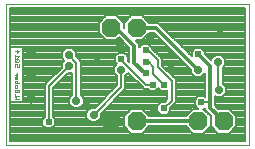
<source format=gbl>
G75*
%MOIN*%
%OFA0B0*%
%FSLAX24Y24*%
%IPPOS*%
%LPD*%
%AMOC8*
5,1,8,0,0,1.08239X$1,22.5*
%
%ADD10C,0.0000*%
%ADD11C,0.0020*%
%ADD12OC8,0.0630*%
%ADD13C,0.0315*%
%ADD14C,0.0276*%
%ADD15C,0.0079*%
%ADD16C,0.0238*%
%ADD17C,0.0138*%
D10*
X001050Y002363D02*
X001050Y007088D01*
X009160Y007088D01*
X009160Y002363D01*
X001050Y002363D01*
D11*
X001337Y003912D02*
X001384Y003959D01*
X001337Y004006D01*
X001477Y004006D01*
X001477Y003912D02*
X001337Y003912D01*
X001337Y004060D02*
X001337Y004083D01*
X001360Y004083D01*
X001360Y004060D01*
X001337Y004060D01*
X001337Y004133D02*
X001337Y004203D01*
X001360Y004227D01*
X001384Y004227D01*
X001407Y004203D01*
X001407Y004133D01*
X001337Y004133D02*
X001477Y004133D01*
X001477Y004203D01*
X001454Y004227D01*
X001430Y004227D01*
X001407Y004203D01*
X001407Y004281D02*
X001360Y004281D01*
X001337Y004304D01*
X001337Y004351D01*
X001360Y004374D01*
X001407Y004374D01*
X001430Y004351D01*
X001430Y004304D01*
X001407Y004281D01*
X001430Y004428D02*
X001430Y004498D01*
X001407Y004521D01*
X001360Y004521D01*
X001337Y004498D01*
X001337Y004428D01*
X001477Y004428D01*
X001407Y004575D02*
X001360Y004575D01*
X001337Y004599D01*
X001337Y004645D01*
X001384Y004669D02*
X001384Y004575D01*
X001407Y004575D02*
X001430Y004599D01*
X001430Y004645D01*
X001407Y004669D01*
X001384Y004669D01*
X001384Y004722D02*
X001430Y004769D01*
X001430Y004793D01*
X001430Y004722D02*
X001337Y004722D01*
X001360Y004993D02*
X001337Y005016D01*
X001337Y005063D01*
X001360Y005086D01*
X001407Y005086D01*
X001430Y005063D01*
X001430Y005039D01*
X001407Y004993D01*
X001477Y004993D01*
X001477Y005086D01*
X001454Y005140D02*
X001477Y005163D01*
X001477Y005210D01*
X001454Y005233D01*
X001360Y005140D01*
X001337Y005163D01*
X001337Y005210D01*
X001360Y005233D01*
X001454Y005233D01*
X001430Y005287D02*
X001477Y005334D01*
X001337Y005334D01*
X001337Y005287D02*
X001337Y005381D01*
X001407Y005435D02*
X001407Y005528D01*
X001337Y005505D02*
X001477Y005505D01*
X001407Y005435D01*
X001360Y005140D02*
X001454Y005140D01*
D12*
X004550Y006288D03*
X005400Y006288D03*
X005400Y003170D03*
X004550Y003170D03*
X007450Y003170D03*
X008300Y003170D03*
D13*
X008164Y006279D03*
X001865Y005492D03*
X001865Y004705D03*
X001865Y003917D03*
D14*
X003396Y003840D03*
X003754Y003838D03*
X003965Y003382D03*
X004065Y004831D03*
X004065Y005303D03*
X004857Y005728D03*
X005861Y005925D03*
X006554Y005362D03*
X006554Y004909D03*
X007450Y004888D03*
X008126Y005138D03*
X008141Y004214D03*
X005936Y003602D03*
X004888Y004868D03*
X003141Y005001D03*
X003141Y005375D03*
D15*
X003396Y005119D01*
X003396Y003840D01*
X003254Y004033D02*
X002610Y004033D01*
X002610Y004110D02*
X003258Y004110D01*
X003258Y004036D02*
X003159Y003938D01*
X003159Y003741D01*
X003298Y003602D01*
X003495Y003602D01*
X003634Y003741D01*
X003634Y003938D01*
X003535Y004036D01*
X003535Y005177D01*
X003378Y005334D01*
X003378Y005473D01*
X003239Y005612D01*
X003042Y005612D01*
X002903Y005473D01*
X002903Y005277D01*
X002992Y005188D01*
X002903Y005099D01*
X002903Y004960D01*
X002414Y004470D01*
X002333Y004389D01*
X002333Y003321D01*
X002253Y003241D01*
X002253Y003060D01*
X002381Y002932D01*
X002562Y002932D01*
X002690Y003060D01*
X002690Y003241D01*
X002610Y003321D01*
X002610Y004274D01*
X003100Y004764D01*
X003239Y004764D01*
X003258Y004783D01*
X003258Y004036D01*
X003177Y003955D02*
X002610Y003955D01*
X002610Y003878D02*
X003159Y003878D01*
X003159Y003801D02*
X002610Y003801D01*
X002610Y003724D02*
X003177Y003724D01*
X003254Y003646D02*
X002610Y003646D01*
X002610Y003569D02*
X003817Y003569D01*
X003867Y003619D02*
X003728Y003480D01*
X003728Y003284D01*
X003867Y003145D01*
X004063Y003145D01*
X004202Y003284D01*
X004202Y003423D01*
X004945Y004166D01*
X005026Y004247D01*
X005026Y004672D01*
X005125Y004770D01*
X005125Y004789D01*
X005581Y004333D01*
X005662Y004252D01*
X005766Y004252D01*
X005845Y004172D01*
X006026Y004172D01*
X006123Y004269D01*
X006219Y004172D01*
X006400Y004172D01*
X006427Y004199D01*
X006427Y003917D01*
X006332Y003822D01*
X006219Y003822D01*
X006091Y003694D01*
X006091Y003513D01*
X006219Y003385D01*
X006400Y003385D01*
X006528Y003513D01*
X006528Y003626D01*
X006623Y003721D01*
X006704Y003802D01*
X006704Y004566D01*
X006252Y005019D01*
X006252Y005255D01*
X006170Y005337D01*
X005918Y005589D01*
X005918Y005623D01*
X005790Y005751D01*
X005609Y005751D01*
X005494Y005636D01*
X005494Y005760D01*
X005395Y005858D01*
X005379Y005874D01*
X005572Y005874D01*
X005810Y006112D01*
X005988Y006112D01*
X007213Y004888D01*
X007213Y004790D01*
X007352Y004651D01*
X007548Y004651D01*
X007677Y004780D01*
X007677Y003982D01*
X007640Y004019D01*
X007460Y004019D01*
X007332Y003891D01*
X007332Y003710D01*
X007457Y003585D01*
X007278Y003585D01*
X007036Y003342D01*
X007036Y003339D01*
X005814Y003339D01*
X005814Y003342D01*
X005572Y003585D01*
X005228Y003585D01*
X004986Y003342D01*
X004986Y002999D01*
X005228Y002756D01*
X005572Y002756D01*
X005814Y002999D01*
X005814Y003002D01*
X007036Y003002D01*
X007036Y002999D01*
X007278Y002756D01*
X007622Y002756D01*
X007864Y002999D01*
X007864Y003342D01*
X007625Y003582D01*
X007640Y003582D01*
X007677Y003618D01*
X007677Y003555D01*
X007776Y003457D01*
X007888Y003344D01*
X007886Y003342D01*
X007886Y002999D01*
X008128Y002756D01*
X008472Y002756D01*
X008714Y002999D01*
X008714Y003342D01*
X008472Y003585D01*
X008128Y003585D01*
X008126Y003582D01*
X008014Y003695D01*
X008014Y004005D01*
X008042Y003976D01*
X008239Y003976D01*
X008378Y004115D01*
X008378Y004312D01*
X008264Y004425D01*
X008264Y004942D01*
X008363Y005040D01*
X008363Y005237D01*
X008224Y005376D01*
X008027Y005376D01*
X007888Y005237D01*
X007888Y005196D01*
X007670Y005414D01*
X007670Y005485D01*
X007542Y005613D01*
X007361Y005613D01*
X007233Y005485D01*
X007233Y005343D01*
X006226Y006350D01*
X006128Y006449D01*
X005814Y006449D01*
X005814Y006460D01*
X005572Y006703D01*
X005228Y006703D01*
X004986Y006460D01*
X004986Y006268D01*
X004964Y006289D01*
X004964Y006460D01*
X004722Y006703D01*
X004378Y006703D01*
X004136Y006460D01*
X004136Y006117D01*
X004378Y005874D01*
X004722Y005874D01*
X004813Y005965D01*
X005157Y005620D01*
X005157Y005149D01*
X005111Y005195D01*
X005111Y005328D01*
X004983Y005456D01*
X004802Y005456D01*
X004674Y005328D01*
X004674Y005147D01*
X004752Y005069D01*
X004650Y004967D01*
X004650Y004770D01*
X004749Y004672D01*
X004749Y004362D01*
X004006Y003619D01*
X003867Y003619D01*
X004033Y003646D02*
X003539Y003646D01*
X003616Y003724D02*
X004110Y003724D01*
X004187Y003801D02*
X003634Y003801D01*
X003634Y003878D02*
X004265Y003878D01*
X004342Y003955D02*
X003616Y003955D01*
X003539Y004033D02*
X004419Y004033D01*
X004496Y004110D02*
X003535Y004110D01*
X003535Y004187D02*
X004574Y004187D01*
X004651Y004264D02*
X003535Y004264D01*
X003535Y004341D02*
X004728Y004341D01*
X004749Y004419D02*
X003535Y004419D01*
X003535Y004496D02*
X004749Y004496D01*
X004749Y004573D02*
X003535Y004573D01*
X003535Y004650D02*
X004749Y004650D01*
X004693Y004728D02*
X003535Y004728D01*
X003535Y004805D02*
X004650Y004805D01*
X004650Y004882D02*
X003535Y004882D01*
X003535Y004959D02*
X004650Y004959D01*
X004720Y005037D02*
X003535Y005037D01*
X003535Y005114D02*
X004707Y005114D01*
X004674Y005191D02*
X003521Y005191D01*
X003443Y005268D02*
X004674Y005268D01*
X004692Y005346D02*
X003378Y005346D01*
X003378Y005423D02*
X004769Y005423D01*
X004893Y005237D02*
X004893Y005218D01*
X005719Y004391D01*
X005936Y004391D01*
X006118Y004264D02*
X006127Y004264D01*
X006205Y004187D02*
X006041Y004187D01*
X005831Y004187D02*
X004966Y004187D01*
X004945Y004166D02*
X004945Y004166D01*
X004889Y004110D02*
X006427Y004110D01*
X006415Y004187D02*
X006427Y004187D01*
X006427Y004033D02*
X004812Y004033D01*
X004734Y003955D02*
X006427Y003955D01*
X006388Y003878D02*
X004657Y003878D01*
X004580Y003801D02*
X006198Y003801D01*
X006121Y003724D02*
X004503Y003724D01*
X004425Y003646D02*
X006091Y003646D01*
X006091Y003569D02*
X005587Y003569D01*
X005664Y003492D02*
X006112Y003492D01*
X006190Y003415D02*
X005742Y003415D01*
X005213Y003569D02*
X004348Y003569D01*
X004271Y003492D02*
X005136Y003492D01*
X005058Y003415D02*
X004202Y003415D01*
X004202Y003337D02*
X004986Y003337D01*
X004986Y003260D02*
X004178Y003260D01*
X004101Y003183D02*
X004986Y003183D01*
X004986Y003106D02*
X002690Y003106D01*
X002690Y003183D02*
X003829Y003183D01*
X003752Y003260D02*
X002671Y003260D01*
X002610Y003337D02*
X003728Y003337D01*
X003728Y003415D02*
X002610Y003415D01*
X002610Y003492D02*
X003739Y003492D01*
X003965Y003382D02*
X004888Y004305D01*
X004888Y004868D01*
X005082Y004728D02*
X005186Y004728D01*
X005263Y004650D02*
X005026Y004650D01*
X005026Y004573D02*
X005341Y004573D01*
X005418Y004496D02*
X005026Y004496D01*
X005026Y004419D02*
X005495Y004419D01*
X005572Y004341D02*
X005026Y004341D01*
X005026Y004264D02*
X005650Y004264D01*
X005956Y004745D02*
X005956Y004981D01*
X005798Y005139D01*
X005700Y005139D01*
X005778Y005533D02*
X006113Y005198D01*
X006113Y004962D01*
X006566Y004509D01*
X006566Y003859D01*
X006310Y003603D01*
X006528Y003569D02*
X007263Y003569D01*
X007186Y003492D02*
X006507Y003492D01*
X006430Y003415D02*
X007108Y003415D01*
X007395Y003646D02*
X006549Y003646D01*
X006626Y003724D02*
X007332Y003724D01*
X007332Y003801D02*
X006703Y003801D01*
X006704Y003878D02*
X007332Y003878D01*
X007396Y003955D02*
X006704Y003955D01*
X006704Y004033D02*
X007677Y004033D01*
X007677Y004110D02*
X006704Y004110D01*
X006704Y004187D02*
X007677Y004187D01*
X007677Y004264D02*
X006704Y004264D01*
X006704Y004341D02*
X007677Y004341D01*
X007677Y004419D02*
X006704Y004419D01*
X006704Y004496D02*
X007677Y004496D01*
X007677Y004573D02*
X006698Y004573D01*
X006620Y004650D02*
X007677Y004650D01*
X007677Y004728D02*
X007625Y004728D01*
X007275Y004728D02*
X006543Y004728D01*
X006466Y004805D02*
X007213Y004805D01*
X007213Y004882D02*
X006389Y004882D01*
X006311Y004959D02*
X007141Y004959D01*
X007064Y005037D02*
X006252Y005037D01*
X006252Y005114D02*
X006987Y005114D01*
X006909Y005191D02*
X006252Y005191D01*
X006239Y005268D02*
X006832Y005268D01*
X006755Y005346D02*
X006161Y005346D01*
X006084Y005423D02*
X006678Y005423D01*
X006600Y005500D02*
X006007Y005500D01*
X005930Y005577D02*
X006523Y005577D01*
X006446Y005655D02*
X005886Y005655D01*
X005809Y005732D02*
X006369Y005732D01*
X006291Y005809D02*
X005445Y005809D01*
X005494Y005732D02*
X005590Y005732D01*
X005513Y005655D02*
X005494Y005655D01*
X005700Y005533D02*
X005778Y005533D01*
X005584Y005886D02*
X006214Y005886D01*
X006137Y005964D02*
X005661Y005964D01*
X005738Y006041D02*
X006060Y006041D01*
X006304Y006273D02*
X009021Y006273D01*
X009021Y006350D02*
X006227Y006350D01*
X006149Y006427D02*
X009021Y006427D01*
X009021Y006504D02*
X005770Y006504D01*
X005693Y006581D02*
X009021Y006581D01*
X009021Y006659D02*
X005616Y006659D01*
X005184Y006659D02*
X004766Y006659D01*
X004843Y006581D02*
X005107Y006581D01*
X005030Y006504D02*
X004920Y006504D01*
X004964Y006427D02*
X004986Y006427D01*
X004986Y006350D02*
X004964Y006350D01*
X004981Y006273D02*
X004986Y006273D01*
X004814Y005964D02*
X004811Y005964D01*
X004734Y005886D02*
X004891Y005886D01*
X004969Y005809D02*
X001189Y005809D01*
X001189Y005732D02*
X005046Y005732D01*
X005123Y005655D02*
X001189Y005655D01*
X001215Y005651D02*
X001192Y005628D01*
X001192Y003823D01*
X001215Y003800D01*
X001582Y003800D01*
X001605Y003823D01*
X001605Y005628D01*
X001582Y005651D01*
X001215Y005651D01*
X001192Y005577D02*
X001189Y005577D01*
X001189Y005500D02*
X001192Y005500D01*
X001189Y005423D02*
X001192Y005423D01*
X001189Y005346D02*
X001192Y005346D01*
X001189Y005268D02*
X001192Y005268D01*
X001189Y005191D02*
X001192Y005191D01*
X001189Y005114D02*
X001192Y005114D01*
X001189Y005037D02*
X001192Y005037D01*
X001189Y004959D02*
X001192Y004959D01*
X001189Y004882D02*
X001192Y004882D01*
X001189Y004805D02*
X001192Y004805D01*
X001189Y004728D02*
X001192Y004728D01*
X001189Y004650D02*
X001192Y004650D01*
X001189Y004573D02*
X001192Y004573D01*
X001189Y004496D02*
X001192Y004496D01*
X001189Y004419D02*
X001192Y004419D01*
X001189Y004341D02*
X001192Y004341D01*
X001189Y004264D02*
X001192Y004264D01*
X001189Y004187D02*
X001192Y004187D01*
X001189Y004110D02*
X001192Y004110D01*
X001189Y004033D02*
X001192Y004033D01*
X001189Y003955D02*
X001192Y003955D01*
X001189Y003878D02*
X001192Y003878D01*
X001189Y003801D02*
X001214Y003801D01*
X001189Y003724D02*
X002333Y003724D01*
X002333Y003801D02*
X001583Y003801D01*
X001605Y003878D02*
X002333Y003878D01*
X002333Y003955D02*
X001605Y003955D01*
X001605Y004033D02*
X002333Y004033D01*
X002333Y004110D02*
X001605Y004110D01*
X001605Y004187D02*
X002333Y004187D01*
X002333Y004264D02*
X001605Y004264D01*
X001605Y004341D02*
X002333Y004341D01*
X002362Y004419D02*
X001605Y004419D01*
X001605Y004496D02*
X002439Y004496D01*
X002517Y004573D02*
X001605Y004573D01*
X001605Y004650D02*
X002594Y004650D01*
X002671Y004728D02*
X001605Y004728D01*
X001605Y004805D02*
X002748Y004805D01*
X002825Y004882D02*
X001605Y004882D01*
X001605Y004959D02*
X002903Y004959D01*
X002903Y005037D02*
X001605Y005037D01*
X001605Y005114D02*
X002918Y005114D01*
X002989Y005191D02*
X001605Y005191D01*
X001605Y005268D02*
X002912Y005268D01*
X002903Y005346D02*
X001605Y005346D01*
X001605Y005423D02*
X002903Y005423D01*
X002930Y005500D02*
X001605Y005500D01*
X001605Y005577D02*
X003007Y005577D01*
X003274Y005577D02*
X005157Y005577D01*
X005157Y005500D02*
X003351Y005500D01*
X003141Y005001D02*
X002471Y004332D01*
X002471Y003151D01*
X002253Y003183D02*
X001189Y003183D01*
X001189Y003260D02*
X002272Y003260D01*
X002333Y003337D02*
X001189Y003337D01*
X001189Y003415D02*
X002333Y003415D01*
X002333Y003492D02*
X001189Y003492D01*
X001189Y003569D02*
X002333Y003569D01*
X002333Y003646D02*
X001189Y003646D01*
X001189Y003106D02*
X002253Y003106D01*
X002285Y003028D02*
X001189Y003028D01*
X001189Y002951D02*
X002362Y002951D01*
X002581Y002951D02*
X005033Y002951D01*
X004986Y003028D02*
X002658Y003028D01*
X001189Y002874D02*
X005110Y002874D01*
X005188Y002797D02*
X001189Y002797D01*
X001189Y002719D02*
X009021Y002719D01*
X009021Y002642D02*
X001189Y002642D01*
X001189Y002565D02*
X009021Y002565D01*
X009021Y002503D02*
X001189Y002503D01*
X001189Y006948D01*
X009021Y006948D01*
X009021Y002503D01*
X009021Y002797D02*
X008512Y002797D01*
X008590Y002874D02*
X009021Y002874D01*
X009021Y002951D02*
X008667Y002951D01*
X008714Y003028D02*
X009021Y003028D01*
X009021Y003106D02*
X008714Y003106D01*
X008714Y003183D02*
X009021Y003183D01*
X009021Y003260D02*
X008714Y003260D01*
X008714Y003337D02*
X009021Y003337D01*
X009021Y003415D02*
X008642Y003415D01*
X008564Y003492D02*
X009021Y003492D01*
X009021Y003569D02*
X008487Y003569D01*
X008062Y003646D02*
X009021Y003646D01*
X009021Y003724D02*
X008014Y003724D01*
X008014Y003801D02*
X009021Y003801D01*
X009021Y003878D02*
X008014Y003878D01*
X008014Y003955D02*
X009021Y003955D01*
X009021Y004033D02*
X008295Y004033D01*
X008372Y004110D02*
X009021Y004110D01*
X009021Y004187D02*
X008378Y004187D01*
X008378Y004264D02*
X009021Y004264D01*
X009021Y004341D02*
X008348Y004341D01*
X008271Y004419D02*
X009021Y004419D01*
X009021Y004496D02*
X008264Y004496D01*
X008264Y004573D02*
X009021Y004573D01*
X009021Y004650D02*
X008264Y004650D01*
X008264Y004728D02*
X009021Y004728D01*
X009021Y004805D02*
X008264Y004805D01*
X008264Y004882D02*
X009021Y004882D01*
X009021Y004959D02*
X008282Y004959D01*
X008359Y005037D02*
X009021Y005037D01*
X009021Y005114D02*
X008363Y005114D01*
X008363Y005191D02*
X009021Y005191D01*
X009021Y005268D02*
X008331Y005268D01*
X008254Y005346D02*
X009021Y005346D01*
X009021Y005423D02*
X007670Y005423D01*
X007655Y005500D02*
X009021Y005500D01*
X009021Y005577D02*
X007578Y005577D01*
X007325Y005577D02*
X006999Y005577D01*
X007076Y005500D02*
X007248Y005500D01*
X007233Y005423D02*
X007154Y005423D01*
X007231Y005346D02*
X007233Y005346D01*
X006922Y005655D02*
X009021Y005655D01*
X009021Y005732D02*
X006845Y005732D01*
X006767Y005809D02*
X009021Y005809D01*
X009021Y005886D02*
X006690Y005886D01*
X006613Y005964D02*
X009021Y005964D01*
X009021Y006041D02*
X006536Y006041D01*
X006458Y006118D02*
X009021Y006118D01*
X009021Y006195D02*
X006381Y006195D01*
X005157Y005423D02*
X005016Y005423D01*
X005093Y005346D02*
X005157Y005346D01*
X005157Y005268D02*
X005111Y005268D01*
X005115Y005191D02*
X005157Y005191D01*
X005956Y004745D02*
X006310Y004391D01*
X007550Y003800D02*
X007845Y003800D01*
X007845Y003625D01*
X007741Y003492D02*
X007714Y003492D01*
X007677Y003569D02*
X007637Y003569D01*
X007792Y003415D02*
X007818Y003415D01*
X007864Y003337D02*
X007886Y003337D01*
X007886Y003260D02*
X007864Y003260D01*
X007864Y003183D02*
X007886Y003183D01*
X007886Y003106D02*
X007864Y003106D01*
X007864Y003028D02*
X007886Y003028D01*
X007933Y002951D02*
X007817Y002951D01*
X007740Y002874D02*
X008010Y002874D01*
X008088Y002797D02*
X007662Y002797D01*
X007238Y002797D02*
X005612Y002797D01*
X005690Y002874D02*
X007160Y002874D01*
X007083Y002951D02*
X005767Y002951D01*
X008126Y004229D02*
X008141Y004214D01*
X008126Y004229D02*
X008126Y005138D01*
X008100Y005138D01*
X007920Y005268D02*
X007816Y005268D01*
X007739Y005346D02*
X007997Y005346D01*
X009021Y006736D02*
X001189Y006736D01*
X001189Y006813D02*
X009021Y006813D01*
X009021Y006890D02*
X001189Y006890D01*
X001189Y006659D02*
X004334Y006659D01*
X004257Y006581D02*
X001189Y006581D01*
X001189Y006504D02*
X004180Y006504D01*
X004136Y006427D02*
X001189Y006427D01*
X001189Y006350D02*
X004136Y006350D01*
X004136Y006273D02*
X001189Y006273D01*
X001189Y006195D02*
X004136Y006195D01*
X004136Y006118D02*
X001189Y006118D01*
X001189Y006041D02*
X004212Y006041D01*
X004289Y005964D02*
X001189Y005964D01*
X001189Y005886D02*
X004366Y005886D01*
X003258Y004728D02*
X003063Y004728D01*
X002986Y004650D02*
X003258Y004650D01*
X003258Y004573D02*
X002909Y004573D01*
X002832Y004496D02*
X003258Y004496D01*
X003258Y004419D02*
X002754Y004419D01*
X002677Y004341D02*
X003258Y004341D01*
X003258Y004264D02*
X002610Y004264D01*
X002610Y004187D02*
X003258Y004187D01*
D16*
X002471Y003151D03*
X004893Y005237D03*
X005700Y005139D03*
X005700Y005533D03*
X005700Y004765D03*
X005936Y004391D03*
X006310Y004391D03*
X006310Y003603D03*
X007550Y003800D03*
X007452Y005395D03*
D17*
X007845Y005001D01*
X007845Y003625D01*
X008300Y003170D01*
X007450Y003170D02*
X005400Y003170D01*
X005680Y004765D02*
X005326Y005119D01*
X005326Y005690D01*
X004727Y006288D01*
X004550Y006288D01*
X005400Y006281D02*
X005400Y006288D01*
X005400Y006281D02*
X006058Y006281D01*
X007450Y004888D01*
X005700Y004765D02*
X005680Y004765D01*
M02*

</source>
